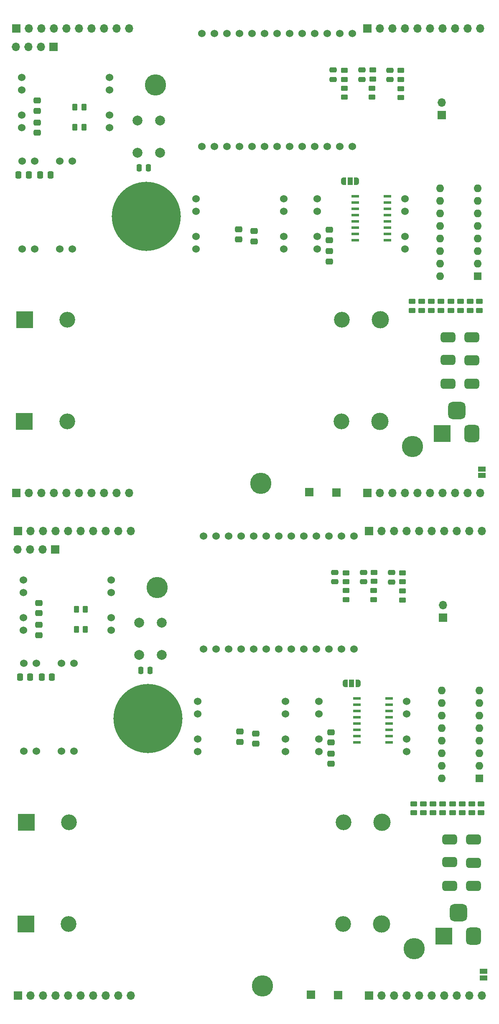
<source format=gbr>
%TF.GenerationSoftware,KiCad,Pcbnew,6.0.7-f9a2dced07~116~ubuntu20.04.1*%
%TF.CreationDate,2022-11-23T13:06:06+01:00*%
%TF.ProjectId,board,626f6172-642e-46b6-9963-61645f706362,rev?*%
%TF.SameCoordinates,Original*%
%TF.FileFunction,Soldermask,Top*%
%TF.FilePolarity,Negative*%
%FSLAX46Y46*%
G04 Gerber Fmt 4.6, Leading zero omitted, Abs format (unit mm)*
G04 Created by KiCad (PCBNEW 6.0.7-f9a2dced07~116~ubuntu20.04.1) date 2022-11-23 13:06:06*
%MOMM*%
%LPD*%
G01*
G04 APERTURE LIST*
G04 Aperture macros list*
%AMRoundRect*
0 Rectangle with rounded corners*
0 $1 Rounding radius*
0 $2 $3 $4 $5 $6 $7 $8 $9 X,Y pos of 4 corners*
0 Add a 4 corners polygon primitive as box body*
4,1,4,$2,$3,$4,$5,$6,$7,$8,$9,$2,$3,0*
0 Add four circle primitives for the rounded corners*
1,1,$1+$1,$2,$3*
1,1,$1+$1,$4,$5*
1,1,$1+$1,$6,$7*
1,1,$1+$1,$8,$9*
0 Add four rect primitives between the rounded corners*
20,1,$1+$1,$2,$3,$4,$5,0*
20,1,$1+$1,$4,$5,$6,$7,0*
20,1,$1+$1,$6,$7,$8,$9,0*
20,1,$1+$1,$8,$9,$2,$3,0*%
%AMFreePoly0*
4,1,22,0.550000,-0.750000,0.000000,-0.750000,0.000000,-0.745033,-0.079941,-0.743568,-0.215256,-0.701293,-0.333266,-0.622738,-0.424486,-0.514219,-0.481581,-0.384460,-0.499164,-0.250000,-0.500000,-0.250000,-0.500000,0.250000,-0.499164,0.250000,-0.499963,0.256109,-0.478152,0.396186,-0.417904,0.524511,-0.324060,0.630769,-0.204165,0.706417,-0.067858,0.745374,0.000000,0.744959,0.000000,0.750000,
0.550000,0.750000,0.550000,-0.750000,0.550000,-0.750000,$1*%
%AMFreePoly1*
4,1,20,0.000000,0.744959,0.073905,0.744508,0.209726,0.703889,0.328688,0.626782,0.421226,0.519385,0.479903,0.390333,0.500000,0.250000,0.500000,-0.250000,0.499851,-0.262216,0.476331,-0.402017,0.414519,-0.529596,0.319384,-0.634700,0.198574,-0.708877,0.061801,-0.746166,0.000000,-0.745033,0.000000,-0.750000,-0.550000,-0.750000,-0.550000,0.750000,0.000000,0.750000,0.000000,0.744959,
0.000000,0.744959,$1*%
G04 Aperture macros list end*
%ADD10C,1.524000*%
%ADD11RoundRect,0.250000X0.475000X-0.250000X0.475000X0.250000X-0.475000X0.250000X-0.475000X-0.250000X0*%
%ADD12R,1.700000X1.700000*%
%ADD13O,1.700000X1.700000*%
%ADD14RoundRect,0.250000X-0.450000X0.262500X-0.450000X-0.262500X0.450000X-0.262500X0.450000X0.262500X0*%
%ADD15FreePoly0,180.000000*%
%ADD16R,1.000000X1.500000*%
%ADD17FreePoly1,180.000000*%
%ADD18RoundRect,0.250000X-0.337500X-0.475000X0.337500X-0.475000X0.337500X0.475000X-0.337500X0.475000X0*%
%ADD19C,4.300000*%
%ADD20RoundRect,0.250000X0.337500X0.475000X-0.337500X0.475000X-0.337500X-0.475000X0.337500X-0.475000X0*%
%ADD21C,2.000000*%
%ADD22RoundRect,0.250000X-0.262500X-0.450000X0.262500X-0.450000X0.262500X0.450000X-0.262500X0.450000X0*%
%ADD23RoundRect,0.250000X0.450000X-0.262500X0.450000X0.262500X-0.450000X0.262500X-0.450000X-0.262500X0*%
%ADD24R,1.500000X1.000000*%
%ADD25RoundRect,0.250000X0.475000X-0.337500X0.475000X0.337500X-0.475000X0.337500X-0.475000X-0.337500X0*%
%ADD26R,1.600000X1.600000*%
%ADD27O,1.600000X1.600000*%
%ADD28RoundRect,0.250000X-0.250000X-0.475000X0.250000X-0.475000X0.250000X0.475000X-0.250000X0.475000X0*%
%ADD29RoundRect,0.250000X-0.475000X0.337500X-0.475000X-0.337500X0.475000X-0.337500X0.475000X0.337500X0*%
%ADD30RoundRect,0.137500X-0.662500X-0.137500X0.662500X-0.137500X0.662500X0.137500X-0.662500X0.137500X0*%
%ADD31C,3.200000*%
%ADD32R,3.500000X3.500000*%
%ADD33C,3.500000*%
%ADD34RoundRect,0.750000X0.750000X1.000000X-0.750000X1.000000X-0.750000X-1.000000X0.750000X-1.000000X0*%
%ADD35RoundRect,0.875000X0.875000X0.875000X-0.875000X0.875000X-0.875000X-0.875000X0.875000X-0.875000X0*%
%ADD36RoundRect,0.500000X1.000000X-0.500000X1.000000X0.500000X-1.000000X0.500000X-1.000000X-0.500000X0*%
%ADD37C,14.000000*%
G04 APERTURE END LIST*
D10*
%TO.C,U20*%
X100635047Y-166033953D03*
X100635047Y-168573953D03*
X100635047Y-173653953D03*
X100635047Y-176193953D03*
X118415047Y-176193953D03*
X118415047Y-173653953D03*
X118415047Y-168573953D03*
X118415047Y-166033953D03*
%TD*%
D11*
%TO.C,C21*%
X115319047Y-141920953D03*
X115319047Y-140020953D03*
%TD*%
D12*
%TO.C,J25*%
X47225047Y-135323953D03*
D13*
X44685047Y-135323953D03*
X42145047Y-135323953D03*
X39605047Y-135323953D03*
%TD*%
D14*
%TO.C,R3*%
X129665047Y-186783953D03*
X129665047Y-188608953D03*
%TD*%
D15*
%TO.C,JP1*%
X108556047Y-162432953D03*
D16*
X107256047Y-162432953D03*
D17*
X105956047Y-162432953D03*
%TD*%
D18*
%TO.C,C4*%
X40073047Y-161162953D03*
X42148047Y-161162953D03*
%TD*%
D19*
%TO.C,H4*%
X89145047Y-223603953D03*
%TD*%
D12*
%TO.C,J1*%
X110744047Y-131571953D03*
D13*
X113284047Y-131571953D03*
X115824047Y-131571953D03*
X118364047Y-131571953D03*
X120904047Y-131571953D03*
X123444047Y-131571953D03*
X125984047Y-131571953D03*
X128524047Y-131571953D03*
X131064047Y-131571953D03*
X133604047Y-131571953D03*
%TD*%
D20*
%TO.C,C6*%
X46550047Y-161162953D03*
X44475047Y-161162953D03*
%TD*%
D21*
%TO.C,SW3*%
X64239047Y-156665953D03*
X64239047Y-150165953D03*
X68739047Y-156665953D03*
X68739047Y-150165953D03*
%TD*%
D22*
%TO.C,R12*%
X51503047Y-151510953D03*
X53328047Y-151510953D03*
%TD*%
D14*
%TO.C,R1*%
X133445047Y-186793953D03*
X133445047Y-188618953D03*
%TD*%
D23*
%TO.C,R8*%
X117543047Y-145541953D03*
X117543047Y-143716953D03*
%TD*%
D12*
%TO.C,J27*%
X104495047Y-225453953D03*
%TD*%
D24*
%TO.C,JP3*%
X133995047Y-220693953D03*
X133995047Y-221993953D03*
%TD*%
D25*
%TO.C,C24*%
X103065047Y-178710453D03*
X103065047Y-176635453D03*
%TD*%
D26*
%TO.C,SW1*%
X133145047Y-181653953D03*
D27*
X133145047Y-179113953D03*
X133145047Y-176573953D03*
X133145047Y-174033953D03*
X133145047Y-171493953D03*
X133145047Y-168953953D03*
X133145047Y-166413953D03*
X133145047Y-163873953D03*
X125525047Y-163873953D03*
X125525047Y-166413953D03*
X125525047Y-168953953D03*
X125525047Y-171493953D03*
X125525047Y-174033953D03*
X125525047Y-176573953D03*
X125525047Y-179113953D03*
X125525047Y-181653953D03*
%TD*%
D28*
%TO.C,C7*%
X64523047Y-159765953D03*
X66423047Y-159765953D03*
%TD*%
D11*
%TO.C,C22*%
X109669047Y-141853953D03*
X109669047Y-139953953D03*
%TD*%
D14*
%TO.C,R2*%
X131605047Y-186793953D03*
X131605047Y-188618953D03*
%TD*%
D22*
%TO.C,R13*%
X51503047Y-147446953D03*
X53328047Y-147446953D03*
%TD*%
D10*
%TO.C,U1*%
X40735047Y-141473953D03*
X40735047Y-144013953D03*
X40735047Y-149093953D03*
X40735047Y-151633953D03*
X58515047Y-151633953D03*
X58515047Y-149093953D03*
X58515047Y-144013953D03*
X58515047Y-141473953D03*
%TD*%
%TO.C,U9*%
X107696047Y-132587953D03*
X105156047Y-132587953D03*
X102616047Y-132587953D03*
X100076047Y-132587953D03*
X97536047Y-132587953D03*
X94996047Y-132587953D03*
X92456047Y-132587953D03*
X89916047Y-132587953D03*
X87376047Y-132587953D03*
X84836047Y-132587953D03*
X82296047Y-132587953D03*
X79756047Y-132587953D03*
X77216047Y-132587953D03*
X77216047Y-155447953D03*
X79756047Y-155447953D03*
X82296047Y-155447953D03*
X84836047Y-155447953D03*
X87376047Y-155447953D03*
X89916047Y-155447953D03*
X92456047Y-155447953D03*
X94996047Y-155447953D03*
X97536047Y-155447953D03*
X100076047Y-155447953D03*
X102616047Y-155447953D03*
X105156047Y-155447953D03*
X107696047Y-155447953D03*
%TD*%
D29*
%TO.C,C26*%
X103065047Y-172317453D03*
X103065047Y-174392453D03*
%TD*%
D19*
%TO.C,H3*%
X67818047Y-143001953D03*
%TD*%
%TO.C,H9*%
X119945047Y-216103953D03*
%TD*%
D25*
%TO.C,C2*%
X43883047Y-152675453D03*
X43883047Y-150600453D03*
%TD*%
D14*
%TO.C,R4*%
X127725047Y-186773953D03*
X127725047Y-188598953D03*
%TD*%
%TO.C,R14*%
X123725047Y-186763953D03*
X123725047Y-188588953D03*
%TD*%
D23*
%TO.C,R10*%
X111701047Y-145461953D03*
X111701047Y-143636953D03*
%TD*%
D11*
%TO.C,C17*%
X103827047Y-141882453D03*
X103827047Y-139982453D03*
%TD*%
D14*
%TO.C,R5*%
X125675047Y-186773953D03*
X125675047Y-188598953D03*
%TD*%
D12*
%TO.C,J6*%
X110744047Y-225551953D03*
D13*
X113284047Y-225551953D03*
X115824047Y-225551953D03*
X118364047Y-225551953D03*
X120904047Y-225551953D03*
X123444047Y-225551953D03*
X125984047Y-225551953D03*
X128524047Y-225551953D03*
X131064047Y-225551953D03*
X133604047Y-225551953D03*
%TD*%
D12*
%TO.C,J2*%
X39624047Y-131571953D03*
D13*
X42164047Y-131571953D03*
X44704047Y-131571953D03*
X47244047Y-131571953D03*
X49784047Y-131571953D03*
X52324047Y-131571953D03*
X54864047Y-131571953D03*
X57404047Y-131571953D03*
X59944047Y-131571953D03*
X62484047Y-131571953D03*
%TD*%
D23*
%TO.C,R11*%
X111828047Y-141778953D03*
X111828047Y-139953953D03*
%TD*%
D14*
%TO.C,R15*%
X121765047Y-186761453D03*
X121765047Y-188586453D03*
%TD*%
D23*
%TO.C,R7*%
X106113047Y-141882453D03*
X106113047Y-140057453D03*
%TD*%
D30*
%TO.C,U7*%
X108324047Y-165480953D03*
X108324047Y-166750953D03*
X108324047Y-168020953D03*
X108324047Y-169290953D03*
X108324047Y-170560953D03*
X108324047Y-171830953D03*
X108324047Y-173100953D03*
X108324047Y-174370953D03*
X114824047Y-174370953D03*
X114824047Y-173100953D03*
X114824047Y-171830953D03*
X114824047Y-170560953D03*
X114824047Y-169290953D03*
X114824047Y-168020953D03*
X114824047Y-166750953D03*
X114824047Y-165480953D03*
%TD*%
D12*
%TO.C,J7*%
X39624047Y-225551953D03*
D13*
X42164047Y-225551953D03*
X44704047Y-225551953D03*
X47244047Y-225551953D03*
X49784047Y-225551953D03*
X52324047Y-225551953D03*
X54864047Y-225551953D03*
X57404047Y-225551953D03*
X59944047Y-225551953D03*
X62484047Y-225551953D03*
%TD*%
D10*
%TO.C,U2*%
X50980047Y-158383953D03*
X48440047Y-158383953D03*
X43360047Y-158383953D03*
X40820047Y-158383953D03*
X40820047Y-176163953D03*
X43360047Y-176163953D03*
X48440047Y-176163953D03*
X50980047Y-176163953D03*
%TD*%
D31*
%TO.C,BT2*%
X49940047Y-211103953D03*
X105550047Y-211103953D03*
D32*
X41295047Y-211103953D03*
D33*
X113295047Y-211103953D03*
%TD*%
D10*
%TO.C,U3*%
X76075047Y-166033953D03*
X76075047Y-168573953D03*
X76075047Y-173653953D03*
X76075047Y-176193953D03*
X93855047Y-176193953D03*
X93855047Y-173653953D03*
X93855047Y-168573953D03*
X93855047Y-166033953D03*
%TD*%
D23*
%TO.C,R9*%
X117543047Y-141858953D03*
X117543047Y-140033953D03*
%TD*%
%TO.C,R6*%
X106113047Y-145461953D03*
X106113047Y-143636953D03*
%TD*%
D29*
%TO.C,C1*%
X43883047Y-146155453D03*
X43883047Y-148230453D03*
%TD*%
D14*
%TO.C,R16*%
X119795047Y-186758953D03*
X119795047Y-188583953D03*
%TD*%
D32*
%TO.C,J8*%
X125915047Y-213521453D03*
D34*
X131915047Y-213521453D03*
D35*
X128915047Y-208821453D03*
%TD*%
D29*
%TO.C,C9*%
X87825047Y-172549953D03*
X87825047Y-174624953D03*
%TD*%
D36*
%TO.C,SW2*%
X131935047Y-203403953D03*
X131935047Y-198703953D03*
X131935047Y-194003953D03*
X127135047Y-203403953D03*
X127135047Y-198603953D03*
X127135047Y-194003953D03*
%TD*%
D31*
%TO.C,BT1*%
X105620047Y-190503953D03*
X50010047Y-190503953D03*
D32*
X41365047Y-190503953D03*
D33*
X113365047Y-190503953D03*
%TD*%
D37*
%TO.C,H7*%
X65989247Y-169570353D03*
%TD*%
D12*
%TO.C,J28*%
X98995047Y-225393953D03*
%TD*%
D29*
%TO.C,C8*%
X84650047Y-172168953D03*
X84650047Y-174243953D03*
%TD*%
D12*
%TO.C,J4*%
X125798047Y-149097953D03*
D13*
X125798047Y-146557953D03*
%TD*%
D12*
%TO.C,J4*%
X125466500Y-47452000D03*
D13*
X125466500Y-44912000D03*
%TD*%
D29*
%TO.C,C8*%
X84318500Y-70523000D03*
X84318500Y-72598000D03*
%TD*%
D12*
%TO.C,J28*%
X98663500Y-123748000D03*
%TD*%
D37*
%TO.C,H7*%
X65657700Y-67924400D03*
%TD*%
D31*
%TO.C,BT1*%
X105288500Y-88858000D03*
X49678500Y-88858000D03*
D32*
X41033500Y-88858000D03*
D33*
X113033500Y-88858000D03*
%TD*%
D36*
%TO.C,SW2*%
X131603500Y-101758000D03*
X131603500Y-97058000D03*
X131603500Y-92358000D03*
X126803500Y-101758000D03*
X126803500Y-96958000D03*
X126803500Y-92358000D03*
%TD*%
D29*
%TO.C,C9*%
X87493500Y-70904000D03*
X87493500Y-72979000D03*
%TD*%
D32*
%TO.C,J8*%
X125583500Y-111875500D03*
D34*
X131583500Y-111875500D03*
D35*
X128583500Y-107175500D03*
%TD*%
D14*
%TO.C,R16*%
X119463500Y-85113000D03*
X119463500Y-86938000D03*
%TD*%
D29*
%TO.C,C1*%
X43551500Y-44509500D03*
X43551500Y-46584500D03*
%TD*%
D23*
%TO.C,R6*%
X105781500Y-43816000D03*
X105781500Y-41991000D03*
%TD*%
%TO.C,R9*%
X117211500Y-40213000D03*
X117211500Y-38388000D03*
%TD*%
D10*
%TO.C,U3*%
X75743500Y-64388000D03*
X75743500Y-66928000D03*
X75743500Y-72008000D03*
X75743500Y-74548000D03*
X93523500Y-74548000D03*
X93523500Y-72008000D03*
X93523500Y-66928000D03*
X93523500Y-64388000D03*
%TD*%
D31*
%TO.C,BT2*%
X49608500Y-109458000D03*
X105218500Y-109458000D03*
D32*
X40963500Y-109458000D03*
D33*
X112963500Y-109458000D03*
%TD*%
D10*
%TO.C,U2*%
X50648500Y-56738000D03*
X48108500Y-56738000D03*
X43028500Y-56738000D03*
X40488500Y-56738000D03*
X40488500Y-74518000D03*
X43028500Y-74518000D03*
X48108500Y-74518000D03*
X50648500Y-74518000D03*
%TD*%
D12*
%TO.C,J7*%
X39292500Y-123906000D03*
D13*
X41832500Y-123906000D03*
X44372500Y-123906000D03*
X46912500Y-123906000D03*
X49452500Y-123906000D03*
X51992500Y-123906000D03*
X54532500Y-123906000D03*
X57072500Y-123906000D03*
X59612500Y-123906000D03*
X62152500Y-123906000D03*
%TD*%
D30*
%TO.C,U7*%
X107992500Y-63835000D03*
X107992500Y-65105000D03*
X107992500Y-66375000D03*
X107992500Y-67645000D03*
X107992500Y-68915000D03*
X107992500Y-70185000D03*
X107992500Y-71455000D03*
X107992500Y-72725000D03*
X114492500Y-72725000D03*
X114492500Y-71455000D03*
X114492500Y-70185000D03*
X114492500Y-68915000D03*
X114492500Y-67645000D03*
X114492500Y-66375000D03*
X114492500Y-65105000D03*
X114492500Y-63835000D03*
%TD*%
D23*
%TO.C,R7*%
X105781500Y-40236500D03*
X105781500Y-38411500D03*
%TD*%
D14*
%TO.C,R15*%
X121433500Y-85115500D03*
X121433500Y-86940500D03*
%TD*%
D23*
%TO.C,R11*%
X111496500Y-40133000D03*
X111496500Y-38308000D03*
%TD*%
D12*
%TO.C,J2*%
X39292500Y-29926000D03*
D13*
X41832500Y-29926000D03*
X44372500Y-29926000D03*
X46912500Y-29926000D03*
X49452500Y-29926000D03*
X51992500Y-29926000D03*
X54532500Y-29926000D03*
X57072500Y-29926000D03*
X59612500Y-29926000D03*
X62152500Y-29926000D03*
%TD*%
D12*
%TO.C,J6*%
X110412500Y-123906000D03*
D13*
X112952500Y-123906000D03*
X115492500Y-123906000D03*
X118032500Y-123906000D03*
X120572500Y-123906000D03*
X123112500Y-123906000D03*
X125652500Y-123906000D03*
X128192500Y-123906000D03*
X130732500Y-123906000D03*
X133272500Y-123906000D03*
%TD*%
D14*
%TO.C,R5*%
X125343500Y-85128000D03*
X125343500Y-86953000D03*
%TD*%
D11*
%TO.C,C17*%
X103495500Y-40236500D03*
X103495500Y-38336500D03*
%TD*%
D23*
%TO.C,R10*%
X111369500Y-43816000D03*
X111369500Y-41991000D03*
%TD*%
D14*
%TO.C,R14*%
X123393500Y-85118000D03*
X123393500Y-86943000D03*
%TD*%
%TO.C,R4*%
X127393500Y-85128000D03*
X127393500Y-86953000D03*
%TD*%
D25*
%TO.C,C2*%
X43551500Y-51029500D03*
X43551500Y-48954500D03*
%TD*%
D19*
%TO.C,H9*%
X119613500Y-114458000D03*
%TD*%
%TO.C,H3*%
X67486500Y-41356000D03*
%TD*%
D29*
%TO.C,C26*%
X102733500Y-70671500D03*
X102733500Y-72746500D03*
%TD*%
D10*
%TO.C,U9*%
X107364500Y-30942000D03*
X104824500Y-30942000D03*
X102284500Y-30942000D03*
X99744500Y-30942000D03*
X97204500Y-30942000D03*
X94664500Y-30942000D03*
X92124500Y-30942000D03*
X89584500Y-30942000D03*
X87044500Y-30942000D03*
X84504500Y-30942000D03*
X81964500Y-30942000D03*
X79424500Y-30942000D03*
X76884500Y-30942000D03*
X76884500Y-53802000D03*
X79424500Y-53802000D03*
X81964500Y-53802000D03*
X84504500Y-53802000D03*
X87044500Y-53802000D03*
X89584500Y-53802000D03*
X92124500Y-53802000D03*
X94664500Y-53802000D03*
X97204500Y-53802000D03*
X99744500Y-53802000D03*
X102284500Y-53802000D03*
X104824500Y-53802000D03*
X107364500Y-53802000D03*
%TD*%
%TO.C,U1*%
X40403500Y-39828000D03*
X40403500Y-42368000D03*
X40403500Y-47448000D03*
X40403500Y-49988000D03*
X58183500Y-49988000D03*
X58183500Y-47448000D03*
X58183500Y-42368000D03*
X58183500Y-39828000D03*
%TD*%
D22*
%TO.C,R13*%
X51171500Y-45801000D03*
X52996500Y-45801000D03*
%TD*%
D14*
%TO.C,R2*%
X131273500Y-85148000D03*
X131273500Y-86973000D03*
%TD*%
D11*
%TO.C,C22*%
X109337500Y-40208000D03*
X109337500Y-38308000D03*
%TD*%
D28*
%TO.C,C7*%
X64191500Y-58120000D03*
X66091500Y-58120000D03*
%TD*%
D26*
%TO.C,SW1*%
X132813500Y-80008000D03*
D27*
X132813500Y-77468000D03*
X132813500Y-74928000D03*
X132813500Y-72388000D03*
X132813500Y-69848000D03*
X132813500Y-67308000D03*
X132813500Y-64768000D03*
X132813500Y-62228000D03*
X125193500Y-62228000D03*
X125193500Y-64768000D03*
X125193500Y-67308000D03*
X125193500Y-69848000D03*
X125193500Y-72388000D03*
X125193500Y-74928000D03*
X125193500Y-77468000D03*
X125193500Y-80008000D03*
%TD*%
D25*
%TO.C,C24*%
X102733500Y-77064500D03*
X102733500Y-74989500D03*
%TD*%
D24*
%TO.C,JP3*%
X133663500Y-119048000D03*
X133663500Y-120348000D03*
%TD*%
D12*
%TO.C,J27*%
X104163500Y-123808000D03*
%TD*%
D23*
%TO.C,R8*%
X117211500Y-43896000D03*
X117211500Y-42071000D03*
%TD*%
D14*
%TO.C,R1*%
X133113500Y-85148000D03*
X133113500Y-86973000D03*
%TD*%
D22*
%TO.C,R12*%
X51171500Y-49865000D03*
X52996500Y-49865000D03*
%TD*%
D21*
%TO.C,SW3*%
X63907500Y-48520000D03*
X63907500Y-55020000D03*
X68407500Y-48520000D03*
X68407500Y-55020000D03*
%TD*%
D20*
%TO.C,C6*%
X46218500Y-59517000D03*
X44143500Y-59517000D03*
%TD*%
D12*
%TO.C,J1*%
X110412500Y-29926000D03*
D13*
X112952500Y-29926000D03*
X115492500Y-29926000D03*
X118032500Y-29926000D03*
X120572500Y-29926000D03*
X123112500Y-29926000D03*
X125652500Y-29926000D03*
X128192500Y-29926000D03*
X130732500Y-29926000D03*
X133272500Y-29926000D03*
%TD*%
D19*
%TO.C,H4*%
X88813500Y-121958000D03*
%TD*%
D18*
%TO.C,C4*%
X39741500Y-59517000D03*
X41816500Y-59517000D03*
%TD*%
D15*
%TO.C,JP1*%
X108224500Y-60787000D03*
D16*
X106924500Y-60787000D03*
D17*
X105624500Y-60787000D03*
%TD*%
D14*
%TO.C,R3*%
X129333500Y-85138000D03*
X129333500Y-86963000D03*
%TD*%
D12*
%TO.C,J25*%
X46893500Y-33678000D03*
D13*
X44353500Y-33678000D03*
X41813500Y-33678000D03*
X39273500Y-33678000D03*
%TD*%
D11*
%TO.C,C21*%
X114987500Y-40275000D03*
X114987500Y-38375000D03*
%TD*%
D10*
%TO.C,U20*%
X100303500Y-64388000D03*
X100303500Y-66928000D03*
X100303500Y-72008000D03*
X100303500Y-74548000D03*
X118083500Y-74548000D03*
X118083500Y-72008000D03*
X118083500Y-66928000D03*
X118083500Y-64388000D03*
%TD*%
M02*

</source>
